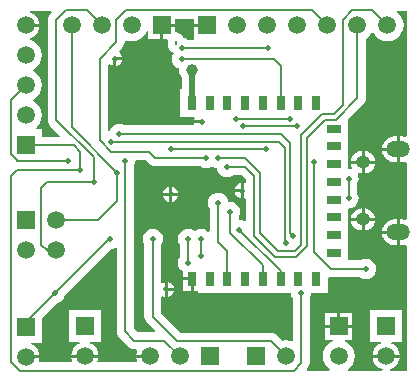
<source format=gbl>
G04 Layer_Physical_Order=2*
G04 Layer_Color=16711680*
%FSLAX44Y44*%
%MOMM*%
G71*
G01*
G75*
%ADD16R,1.5000X1.5000*%
%ADD23C,0.2000*%
%ADD24C,0.5000*%
%ADD26R,1.5000X1.5000*%
%ADD27C,1.5000*%
%ADD28O,2.0000X1.3500*%
%ADD29O,1.2500X1.0500*%
%ADD30C,0.5000*%
%ADD31C,1.0000*%
%ADD32R,1.2000X0.8000*%
%ADD33R,0.8000X1.2000*%
G36*
X42197Y311262D02*
X40728Y309792D01*
X39606Y308330D01*
X38900Y306627D01*
X38660Y304800D01*
Y220060D01*
X38900Y218233D01*
X39606Y216530D01*
X40728Y215068D01*
X49161Y206634D01*
X48675Y205460D01*
X33500D01*
Y211900D01*
X28754D01*
X28323Y213170D01*
X29628Y214172D01*
X31792Y216992D01*
X33152Y220276D01*
X33616Y223800D01*
X33152Y227324D01*
X31792Y230608D01*
X29628Y233428D01*
X26808Y235592D01*
X26150Y235865D01*
Y237135D01*
X26808Y237408D01*
X29628Y239572D01*
X31792Y242392D01*
X33152Y245676D01*
X33616Y249200D01*
X33152Y252724D01*
X31792Y256008D01*
X29628Y258828D01*
X26808Y260992D01*
X26150Y261265D01*
Y262535D01*
X26808Y262808D01*
X29628Y264972D01*
X31792Y267792D01*
X33152Y271076D01*
X33616Y274600D01*
X33152Y278124D01*
X31792Y281408D01*
X29628Y284228D01*
X26808Y286392D01*
X23663Y287695D01*
X23536Y288144D01*
X23563Y289028D01*
X25800Y289955D01*
X28202Y291798D01*
X30045Y294200D01*
X31204Y296998D01*
X31432Y298730D01*
X20000D01*
Y301270D01*
X31432D01*
X31204Y303002D01*
X30045Y305800D01*
X28202Y308202D01*
X25800Y310045D01*
X23002Y311204D01*
X23216Y312435D01*
X41711D01*
X42197Y311262D01*
D02*
G37*
G36*
X124548Y182968D02*
X126010Y181845D01*
X127713Y181140D01*
X129540Y180900D01*
X167959D01*
X168433Y180535D01*
X170501Y179679D01*
X172720Y179387D01*
X174939Y179679D01*
X177007Y180535D01*
X177800Y181144D01*
X178593Y180535D01*
X180661Y179679D01*
X182038Y179498D01*
X182219Y178121D01*
X183075Y176053D01*
X184438Y174278D01*
X186213Y172915D01*
X188281Y172059D01*
X190500Y171767D01*
X192719Y172059D01*
X194787Y172915D01*
X195261Y173280D01*
X202815D01*
X206300Y169795D01*
Y166915D01*
X205244Y166209D01*
X204897Y166353D01*
X204470Y166409D01*
Y160020D01*
Y153631D01*
X204897Y153687D01*
X205244Y153831D01*
X206300Y153125D01*
Y134822D01*
X205161Y134261D01*
X204947Y134425D01*
X202879Y135281D01*
X200660Y135573D01*
X200100Y136064D01*
Y137479D01*
X200465Y137953D01*
X201321Y140021D01*
X201613Y142240D01*
X201321Y144459D01*
X200465Y146527D01*
X199102Y148302D01*
X197327Y149665D01*
X195259Y150521D01*
X193040Y150813D01*
X191370Y150594D01*
X191161Y152179D01*
X190305Y154247D01*
X188942Y156022D01*
X187167Y157385D01*
X185099Y158241D01*
X182880Y158533D01*
X180661Y158241D01*
X178593Y157385D01*
X176818Y156022D01*
X175455Y154247D01*
X174599Y152179D01*
X174307Y149960D01*
X174599Y147741D01*
X175455Y145673D01*
X175820Y145198D01*
Y125831D01*
X174999Y125553D01*
X174550Y125483D01*
X172827Y126805D01*
X170759Y127661D01*
X168540Y127953D01*
X166321Y127661D01*
X164253Y126805D01*
X163010Y125851D01*
X161767Y126805D01*
X159699Y127661D01*
X157480Y127953D01*
X155261Y127661D01*
X153193Y126805D01*
X151418Y125442D01*
X150055Y123667D01*
X149199Y121599D01*
X148907Y119380D01*
X149199Y117161D01*
X150055Y115093D01*
X150420Y114619D01*
Y103821D01*
X150055Y103347D01*
X149199Y101279D01*
X148907Y99060D01*
X149199Y96841D01*
X150055Y94773D01*
X151418Y92998D01*
X152748Y91977D01*
Y86790D01*
X160748D01*
Y85520D01*
X162018D01*
Y75520D01*
X165748D01*
Y73520D01*
X180748D01*
Y73520D01*
X200748D01*
Y73520D01*
X215748D01*
Y73520D01*
X225748D01*
Y73520D01*
X244605D01*
X244879Y71441D01*
X245735Y69373D01*
X246100Y68899D01*
Y33394D01*
X245044Y32689D01*
X243924Y33152D01*
X240400Y33616D01*
X237191Y33194D01*
X232693Y37692D01*
X231230Y38814D01*
X229527Y39520D01*
X227700Y39760D01*
X151224D01*
X134560Y56424D01*
Y70399D01*
X135699Y70961D01*
X135802Y70882D01*
X137383Y70227D01*
X137810Y70171D01*
Y76560D01*
Y82949D01*
X137383Y82893D01*
X135802Y82238D01*
X135699Y82159D01*
X134560Y82721D01*
Y114619D01*
X134925Y115093D01*
X135781Y117161D01*
X136073Y119380D01*
X135781Y121599D01*
X134925Y123667D01*
X133562Y125442D01*
X131787Y126805D01*
X129719Y127661D01*
X127500Y127953D01*
X125281Y127661D01*
X123213Y126805D01*
X121438Y125442D01*
X120075Y123667D01*
X119219Y121599D01*
X118927Y119380D01*
X119219Y117161D01*
X120075Y115093D01*
X120440Y114619D01*
Y53500D01*
X120680Y51673D01*
X121385Y49970D01*
X122508Y48507D01*
X129761Y41254D01*
X129275Y40080D01*
X114905D01*
X111200Y43785D01*
Y180658D01*
X111565Y181133D01*
X112421Y183201D01*
X112713Y185420D01*
X113204Y185980D01*
X121536D01*
X124548Y182968D01*
D02*
G37*
G36*
X97080Y111558D02*
Y40860D01*
X97320Y39033D01*
X98026Y37330D01*
X99148Y35868D01*
X106988Y28028D01*
X108450Y26906D01*
X110153Y26200D01*
X111980Y25960D01*
X113646D01*
X114495Y24690D01*
X113796Y23002D01*
X113568Y21270D01*
X125000D01*
Y18730D01*
X113568D01*
X113796Y16998D01*
X114319Y15736D01*
X113613Y14680D01*
X81387D01*
X80681Y15736D01*
X81204Y16998D01*
X81432Y18730D01*
X70000D01*
X58568D01*
X58796Y16998D01*
X59319Y15736D01*
X58613Y14680D01*
X31553D01*
X30847Y15736D01*
X31204Y16598D01*
X31432Y18330D01*
X20000D01*
Y20870D01*
X31432D01*
X31204Y22602D01*
X30045Y25400D01*
X28202Y27802D01*
X25800Y29645D01*
X24388Y30230D01*
X24640Y31500D01*
X33500D01*
Y52175D01*
X46626Y65301D01*
X47219Y65379D01*
X49287Y66235D01*
X51062Y67598D01*
X52425Y69373D01*
X53281Y71441D01*
X53359Y72035D01*
X92236Y110912D01*
X93659Y111099D01*
X95727Y111955D01*
X95941Y112119D01*
X97080Y111558D01*
D02*
G37*
G36*
X162300Y301270D02*
X173800D01*
Y298730D01*
X162300D01*
Y288500D01*
X161349Y287730D01*
X157162D01*
X156687Y288095D01*
X154619Y288951D01*
X154067Y289024D01*
X153434Y290550D01*
X152312Y292012D01*
X150850Y293134D01*
X149147Y293840D01*
X147320Y294080D01*
X146500Y294799D01*
Y298730D01*
X136270D01*
Y288500D01*
X139491D01*
X140329Y287545D01*
X140260Y287020D01*
Y283863D01*
X140500Y282035D01*
X141206Y280333D01*
X142328Y278870D01*
X143790Y277748D01*
X144538Y277438D01*
X144975Y276383D01*
X145097Y276225D01*
X144975Y276067D01*
X144119Y273999D01*
X143827Y271780D01*
X144119Y269561D01*
X144975Y267493D01*
X146338Y265718D01*
X148113Y264355D01*
X149824Y263647D01*
X149673Y262500D01*
X150051Y259628D01*
X151159Y256952D01*
X152175Y255630D01*
Y246520D01*
X150748D01*
Y222520D01*
X162375D01*
X163038Y221250D01*
X162577Y220137D01*
X162521Y219710D01*
X168910D01*
Y217170D01*
X162521D01*
X162577Y216743D01*
X162721Y216396D01*
X162015Y215340D01*
X103821D01*
X103347Y215705D01*
X101279Y216561D01*
X99060Y216853D01*
X96841Y216561D01*
X94773Y215705D01*
X92998Y214342D01*
X91635Y212567D01*
X90880Y210744D01*
X89662Y210987D01*
X89610Y211037D01*
Y266536D01*
X90880Y266940D01*
X91972Y266102D01*
X93553Y265447D01*
X93980Y265391D01*
Y271780D01*
X95250D01*
Y273050D01*
X101639D01*
X101583Y273477D01*
X100928Y275058D01*
X99886Y276416D01*
X99366Y276815D01*
X99237Y278482D01*
X101512Y280758D01*
X102634Y282220D01*
X103340Y283923D01*
X103580Y285750D01*
Y286738D01*
X104636Y287444D01*
X106076Y286847D01*
X109600Y286383D01*
X113124Y286847D01*
X116408Y288208D01*
X119228Y290372D01*
X121392Y293192D01*
X122230Y295214D01*
X123500Y294962D01*
Y288500D01*
X133730D01*
Y300000D01*
X135000D01*
Y301270D01*
X146500D01*
Y305640D01*
X162300D01*
Y301270D01*
D02*
G37*
G36*
X342435Y206446D02*
X341165Y205650D01*
X338750Y205968D01*
X336770D01*
Y195125D01*
Y184282D01*
X338750D01*
X341165Y184600D01*
X342435Y183804D01*
Y136196D01*
X341165Y135400D01*
X338750Y135718D01*
X336770D01*
Y124875D01*
Y114032D01*
X338750D01*
X341165Y114350D01*
X342435Y113554D01*
Y7565D01*
X328216D01*
X328002Y8796D01*
X330800Y9955D01*
X333202Y11798D01*
X335045Y14200D01*
X336204Y16998D01*
X336432Y18730D01*
X325000D01*
X313568D01*
X313796Y16998D01*
X314955Y14200D01*
X316798Y11798D01*
X319200Y9955D01*
X321998Y8796D01*
X321784Y7565D01*
X293056D01*
X292625Y8835D01*
X294628Y10372D01*
X296792Y13192D01*
X298153Y16476D01*
X298616Y20000D01*
X298153Y23524D01*
X296792Y26808D01*
X294628Y29628D01*
X291808Y31792D01*
X289785Y32630D01*
X290038Y33900D01*
X296500D01*
Y44130D01*
X285000D01*
X273500D01*
Y33900D01*
X279962D01*
X280215Y32630D01*
X278192Y31792D01*
X275372Y29628D01*
X273208Y26808D01*
X271847Y23524D01*
X271383Y20000D01*
X271847Y16476D01*
X273208Y13192D01*
X275372Y10372D01*
X277375Y8835D01*
X276944Y7565D01*
X258339D01*
X257853Y8738D01*
X258152Y9038D01*
X259275Y10500D01*
X259980Y12203D01*
X260220Y14030D01*
Y68899D01*
X260585Y69373D01*
X261441Y71441D01*
X261715Y73520D01*
X275748D01*
Y86206D01*
X277018Y87085D01*
X278270Y86920D01*
X303239D01*
X303713Y86555D01*
X305781Y85699D01*
X308000Y85407D01*
X310219Y85699D01*
X312287Y86555D01*
X314062Y87918D01*
X315425Y89693D01*
X316281Y91761D01*
X316573Y93980D01*
X316281Y96199D01*
X315425Y98267D01*
X314062Y100042D01*
X312287Y101405D01*
X310219Y102261D01*
X308000Y102553D01*
X305781Y102261D01*
X303713Y101405D01*
X303239Y101040D01*
X292748D01*
Y112520D01*
Y127520D01*
Y144551D01*
X293370Y145097D01*
X295589Y145389D01*
X297657Y146245D01*
X299432Y147608D01*
X300795Y149383D01*
X301651Y151451D01*
X301943Y153670D01*
X301651Y155889D01*
X300795Y157957D01*
X300430Y158432D01*
Y165418D01*
X300795Y165893D01*
X301651Y167961D01*
X301943Y170180D01*
X301651Y172399D01*
X300829Y174384D01*
X300958Y174642D01*
X301672Y175409D01*
X302085Y175238D01*
X304230Y174956D01*
Y182980D01*
X295337D01*
X295488Y181835D01*
X296420Y179585D01*
X296525Y179448D01*
X295725Y178405D01*
X295589Y178461D01*
X293370Y178753D01*
X292748Y179299D01*
Y187520D01*
Y207520D01*
X292748D01*
Y220519D01*
X305793Y233564D01*
X306915Y235026D01*
X307620Y236729D01*
X307860Y238556D01*
Y288401D01*
X310428Y290372D01*
X312592Y293192D01*
X312865Y293850D01*
X314135D01*
X314408Y293192D01*
X316572Y290372D01*
X319392Y288208D01*
X322676Y286847D01*
X326200Y286383D01*
X329724Y286847D01*
X333008Y288208D01*
X335828Y290372D01*
X337992Y293192D01*
X339353Y296476D01*
X339817Y300000D01*
X339353Y303524D01*
X337992Y306808D01*
X335828Y309628D01*
X333825Y311165D01*
X334256Y312435D01*
X342435D01*
Y206446D01*
D02*
G37*
%LPC*%
G36*
X140350Y82949D02*
Y77830D01*
X145469D01*
X145413Y78257D01*
X144758Y79838D01*
X143716Y81196D01*
X142358Y82238D01*
X140777Y82893D01*
X140350Y82949D01*
D02*
G37*
G36*
X159478Y84250D02*
X152748D01*
Y75520D01*
X159478D01*
Y84250D01*
D02*
G37*
G36*
X145469Y75290D02*
X140350D01*
Y70171D01*
X140777Y70227D01*
X142358Y70882D01*
X143716Y71924D01*
X144758Y73282D01*
X145413Y74863D01*
X145469Y75290D01*
D02*
G37*
G36*
X201930Y166409D02*
X201503Y166353D01*
X199922Y165698D01*
X198564Y164656D01*
X197522Y163298D01*
X196867Y161717D01*
X196811Y161290D01*
X201930D01*
Y166409D01*
D02*
G37*
G36*
X148889Y155950D02*
X143770D01*
Y150831D01*
X144197Y150887D01*
X145778Y151542D01*
X147136Y152584D01*
X148178Y153942D01*
X148833Y155523D01*
X148889Y155950D01*
D02*
G37*
G36*
X141230D02*
X136111D01*
X136167Y155523D01*
X136822Y153942D01*
X137864Y152584D01*
X139222Y151542D01*
X140803Y150887D01*
X141230Y150831D01*
Y155950D01*
D02*
G37*
G36*
X143770Y163609D02*
Y158490D01*
X148889D01*
X148833Y158917D01*
X148178Y160498D01*
X147136Y161856D01*
X145778Y162898D01*
X144197Y163553D01*
X143770Y163609D01*
D02*
G37*
G36*
X141230D02*
X140803Y163553D01*
X139222Y162898D01*
X137864Y161856D01*
X136822Y160498D01*
X136167Y158917D01*
X136111Y158490D01*
X141230D01*
Y163609D01*
D02*
G37*
G36*
X201930Y158750D02*
X196811D01*
X196867Y158323D01*
X197522Y156742D01*
X198564Y155384D01*
X199922Y154342D01*
X201503Y153687D01*
X201930Y153631D01*
Y158750D01*
D02*
G37*
G36*
X83500Y58900D02*
X56500D01*
Y31900D01*
X65360D01*
X65612Y30630D01*
X64200Y30045D01*
X61798Y28202D01*
X59955Y25800D01*
X58796Y23002D01*
X58568Y21270D01*
X70000D01*
X81432D01*
X81204Y23002D01*
X80045Y25800D01*
X78202Y28202D01*
X75800Y30045D01*
X74388Y30630D01*
X74640Y31900D01*
X83500D01*
Y58900D01*
D02*
G37*
G36*
X101639Y270510D02*
X96520D01*
Y265391D01*
X96947Y265447D01*
X98528Y266102D01*
X99886Y267144D01*
X100928Y268502D01*
X101583Y270083D01*
X101639Y270510D01*
D02*
G37*
G36*
X334230Y123605D02*
X321574D01*
X321777Y122069D01*
X322860Y119454D01*
X324583Y117208D01*
X326829Y115485D01*
X329444Y114402D01*
X332250Y114032D01*
X334230D01*
Y123605D01*
D02*
G37*
G36*
Y135718D02*
X332250D01*
X329444Y135348D01*
X326829Y134265D01*
X324583Y132542D01*
X322860Y130296D01*
X321777Y127681D01*
X321574Y126145D01*
X334230D01*
Y135718D01*
D02*
G37*
G36*
X304230Y145044D02*
X302085Y144762D01*
X299835Y143830D01*
X297903Y142347D01*
X296420Y140415D01*
X295488Y138165D01*
X295337Y137020D01*
X304230D01*
Y145044D01*
D02*
G37*
G36*
X315663Y134480D02*
X306770D01*
Y126456D01*
X308915Y126738D01*
X311165Y127670D01*
X313097Y129153D01*
X314580Y131085D01*
X315512Y133335D01*
X315663Y134480D01*
D02*
G37*
G36*
X304230D02*
X295337D01*
X295488Y133335D01*
X296420Y131085D01*
X297903Y129153D01*
X299835Y127670D01*
X302085Y126738D01*
X304230Y126456D01*
Y134480D01*
D02*
G37*
G36*
X283730Y56900D02*
X273500D01*
Y46670D01*
X283730D01*
Y56900D01*
D02*
G37*
G36*
X338500Y58900D02*
X311500D01*
Y31900D01*
X320360D01*
X320612Y30630D01*
X319200Y30045D01*
X316798Y28202D01*
X314955Y25800D01*
X313796Y23002D01*
X313568Y21270D01*
X325000D01*
X336432D01*
X336204Y23002D01*
X335045Y25800D01*
X333202Y28202D01*
X330800Y30045D01*
X329388Y30630D01*
X329640Y31900D01*
X338500D01*
Y58900D01*
D02*
G37*
G36*
X296500Y56900D02*
X286270D01*
Y46670D01*
X296500D01*
Y56900D01*
D02*
G37*
G36*
X304230Y193544D02*
X302085Y193262D01*
X299835Y192330D01*
X297903Y190847D01*
X296420Y188915D01*
X295488Y186665D01*
X295337Y185520D01*
X304230D01*
Y193544D01*
D02*
G37*
G36*
X334230Y193855D02*
X321574D01*
X321777Y192319D01*
X322860Y189704D01*
X324583Y187458D01*
X326829Y185735D01*
X329444Y184652D01*
X332250Y184282D01*
X334230D01*
Y193855D01*
D02*
G37*
G36*
X315663Y182980D02*
X306770D01*
Y174956D01*
X308915Y175238D01*
X311165Y176170D01*
X313097Y177653D01*
X314580Y179585D01*
X315512Y181835D01*
X315663Y182980D01*
D02*
G37*
G36*
X334230Y205968D02*
X332250D01*
X329444Y205598D01*
X326829Y204515D01*
X324583Y202792D01*
X322860Y200546D01*
X321777Y197931D01*
X321574Y196395D01*
X334230D01*
Y205968D01*
D02*
G37*
G36*
X306770Y193544D02*
Y185520D01*
X315663D01*
X315512Y186665D01*
X314580Y188915D01*
X313097Y190847D01*
X311165Y192330D01*
X308915Y193262D01*
X306770Y193544D01*
D02*
G37*
G36*
Y145044D02*
Y137020D01*
X315663D01*
X315512Y138165D01*
X314580Y140415D01*
X313097Y142347D01*
X311165Y143830D01*
X308915Y144762D01*
X306770Y145044D01*
D02*
G37*
%LPD*%
D16*
X215000Y20000D02*
D03*
X175800D02*
D03*
X135000Y300000D02*
D03*
X173800Y300000D02*
D03*
D23*
X264160Y108090D02*
Y184250D01*
X157480Y99060D02*
Y119380D01*
X82550Y271780D02*
X96520Y285750D01*
X82550Y202685D02*
Y271780D01*
Y202685D02*
X92195Y193040D01*
X96520Y285750D02*
Y304800D01*
X45720D02*
X53620Y312700D01*
X45720Y220060D02*
Y304800D01*
Y220060D02*
X77470Y188310D01*
X129540Y187960D02*
X172720D01*
X124460Y193040D02*
X129540Y187960D01*
X92195Y193040D02*
X124460D01*
X205740Y180340D02*
X213360Y172720D01*
X190500Y180340D02*
X205740D01*
X213360Y121920D02*
Y172720D01*
X205740Y187960D02*
X218440Y175260D01*
X182880Y187960D02*
X205740D01*
X218440Y124460D02*
Y175260D01*
X252730Y114314D02*
Y207010D01*
X247636Y109220D02*
X252730Y114314D01*
X233680Y109220D02*
X247636D01*
X257810Y113030D02*
Y204532D01*
X248920Y104140D02*
X257810Y113030D01*
X231140Y104140D02*
X248920D01*
X300800Y238556D02*
Y300000D01*
X273568Y220290D02*
X282534D01*
X300800Y238556D01*
X288290Y232410D02*
Y304800D01*
X280670Y224790D02*
X288290Y232410D01*
X270510Y224790D02*
X280670D01*
X296190Y312700D02*
X313410D01*
X288290Y304800D02*
X296190Y312700D01*
X326110Y300000D02*
X326200D01*
X313410Y312700D02*
X326110Y300000D01*
X99060Y208280D02*
X236220D01*
X243840Y200660D01*
X142760Y195580D02*
X223520D01*
X142500Y195320D02*
X142760Y195580D01*
X262610Y312700D02*
X275590Y299720D01*
X104420Y312700D02*
X262610D01*
X147320Y283863D02*
Y287020D01*
X257810Y204532D02*
X273568Y220290D01*
X252730Y207010D02*
X270510Y224790D01*
X218440Y124460D02*
X233680Y109220D01*
X213360Y121920D02*
X231140Y104140D01*
X200660Y127000D02*
X235748Y91912D01*
Y85520D02*
Y91912D01*
X220748Y85520D02*
Y96752D01*
X193040Y124460D02*
X220748Y96752D01*
X193040Y124460D02*
Y142240D01*
X190748Y85520D02*
Y108972D01*
X182880Y116840D02*
X190748Y108972D01*
X182880Y116840D02*
Y149960D01*
X264160Y108090D02*
X278270Y93980D01*
X198120Y220980D02*
X243840D01*
X234016Y201580D02*
X239340Y196256D01*
X92140Y201580D02*
X234016D01*
X204280Y214440D02*
X250000D01*
X239340Y116260D02*
Y196256D01*
X153265Y280670D02*
X224790D01*
X53620Y312700D02*
X71500D01*
X84200Y300000D01*
X96520Y304800D02*
X104420Y312700D01*
X168540Y105040D02*
Y119380D01*
X137380Y33020D02*
X150400Y20000D01*
X111980Y33020D02*
X137380D01*
X104140Y40860D02*
X111980Y33020D01*
X104140Y40860D02*
Y185420D01*
X15240Y7620D02*
X246750D01*
X142240Y157480D02*
X142500Y157220D01*
X81280Y135000D02*
X97385Y151105D01*
X45400Y135000D02*
X81280D01*
X97385Y151105D02*
Y175260D01*
X58800Y213845D02*
X97385Y175260D01*
X20000Y45000D02*
Y48660D01*
X45000Y73660D01*
X66040Y177800D02*
Y193040D01*
X60680Y198400D02*
X66040Y193040D01*
X20000Y198400D02*
X60680D01*
X77470Y167640D02*
Y188310D01*
X243840Y124460D02*
Y200660D01*
X239340Y116260D02*
X240000Y115600D01*
X243840Y124460D02*
X246380Y121920D01*
X7620Y236820D02*
X20000Y249200D01*
X7620Y190780D02*
Y236820D01*
X12700Y177800D02*
X66040D01*
X7620Y172720D02*
X12700Y177800D01*
X7620Y15240D02*
Y172720D01*
X37720Y109600D02*
X45400D01*
X33020Y114300D02*
X37720Y109600D01*
X33020Y114300D02*
Y162560D01*
X38100Y167640D02*
X77470D01*
X33020Y162560D02*
X38100Y167640D01*
X7620Y15240D02*
X15240Y7620D01*
X127500Y53500D02*
Y119380D01*
Y53500D02*
X148300Y32700D01*
X227700D01*
X246750Y7620D02*
X253160Y14030D01*
X227700Y32700D02*
X240400Y20000D01*
X20000Y223800D02*
X21200Y225000D01*
X20000Y198400D02*
X21600Y200000D01*
X45000Y73660D02*
X90720Y119380D01*
X91440D01*
X7620Y190780D02*
X12700Y185700D01*
X12420Y185420D02*
X12700Y185700D01*
X278270Y93980D02*
X308000D01*
X12420Y185420D02*
X55880D01*
X293370Y153670D02*
Y170180D01*
X229870Y271780D02*
X235748Y265902D01*
Y234520D02*
Y265902D01*
X152400Y271780D02*
X229870D01*
X253160Y14030D02*
Y73660D01*
X58800Y213845D02*
Y300000D01*
D24*
X160748Y234520D02*
Y262500D01*
D26*
X325000Y45400D02*
D03*
X285000D02*
D03*
X70000D02*
D03*
X20000Y45000D02*
D03*
X20000Y198400D02*
D03*
X20000Y135000D02*
D03*
D27*
X325000Y20000D02*
D03*
X285000D02*
D03*
X240400D02*
D03*
X150400D02*
D03*
X125000D02*
D03*
X70000D02*
D03*
X20000Y19600D02*
D03*
Y300000D02*
D03*
Y274600D02*
D03*
Y249200D02*
D03*
X20000Y223800D02*
D03*
X58800Y300000D02*
D03*
X84200D02*
D03*
X109600D02*
D03*
X326200Y300000D02*
D03*
X300800Y300000D02*
D03*
X275400Y300000D02*
D03*
X250000Y300000D02*
D03*
X199200D02*
D03*
X224600Y300000D02*
D03*
X45400Y109600D02*
D03*
X20000D02*
D03*
X45400Y135000D02*
D03*
D28*
X335500Y195125D02*
D03*
Y124875D02*
D03*
D29*
X305500Y184250D02*
D03*
Y135750D02*
D03*
D30*
X139080Y76560D02*
D03*
X157480Y99060D02*
D03*
X95250Y271780D02*
D03*
X168910Y218440D02*
D03*
X203200Y160020D02*
D03*
X99060Y208280D02*
D03*
X182880Y187960D02*
D03*
X172720D02*
D03*
X190500Y180340D02*
D03*
X264160Y184250D02*
D03*
X200660Y127000D02*
D03*
X198120Y220980D02*
D03*
X204280Y214440D02*
D03*
X250000D02*
D03*
X243840Y220980D02*
D03*
X193040Y142240D02*
D03*
X182880Y149960D02*
D03*
X92140Y201580D02*
D03*
X223520Y195580D02*
D03*
X142500Y195320D02*
D03*
X224790Y280670D02*
D03*
X168540Y105040D02*
D03*
X104140Y185420D02*
D03*
X142500Y157220D02*
D03*
X97385Y175260D02*
D03*
X246380Y121920D02*
D03*
X168540Y119380D02*
D03*
X157480D02*
D03*
X127500D02*
D03*
X45000Y73660D02*
D03*
X91440Y119380D02*
D03*
X240000Y115600D02*
D03*
X308000Y93980D02*
D03*
X66040Y177800D02*
D03*
X55880Y185420D02*
D03*
X293370Y170180D02*
D03*
Y153670D02*
D03*
X152400Y280670D02*
D03*
Y271780D02*
D03*
X253160Y73660D02*
D03*
X77470Y167640D02*
D03*
D31*
X160768Y262500D02*
D03*
D32*
X280748Y107520D02*
D03*
Y122520D02*
D03*
Y137520D02*
D03*
Y152520D02*
D03*
X280748Y167520D02*
D03*
X280748Y182520D02*
D03*
Y197520D02*
D03*
X280748Y212520D02*
D03*
D33*
X265748Y234520D02*
D03*
X250748Y234520D02*
D03*
X235748Y234520D02*
D03*
X220748Y234520D02*
D03*
X205748Y234520D02*
D03*
X190748D02*
D03*
X175748Y234520D02*
D03*
X175748Y85520D02*
D03*
X190748Y85520D02*
D03*
X205748Y85520D02*
D03*
X220748Y85520D02*
D03*
X235748Y85520D02*
D03*
X250748Y85520D02*
D03*
X265748Y85520D02*
D03*
X160748Y85520D02*
D03*
Y234520D02*
D03*
M02*

</source>
